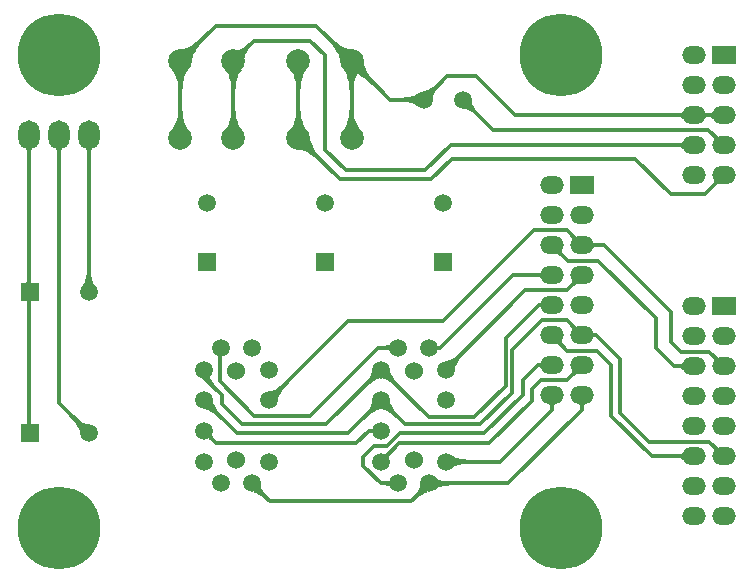
<source format=gtl>
G04*
G04 #@! TF.GenerationSoftware,Altium Limited,Altium Designer,18.0.12 (696)*
G04*
G04 Layer_Physical_Order=1*
G04 Layer_Color=255*
%FSAX43Y43*%
%MOMM*%
G71*
G01*
G75*
%ADD21C,0.300*%
%ADD22R,1.500X1.500*%
%ADD23C,1.500*%
%ADD24O,2.000X1.500*%
%ADD25R,2.000X1.500*%
%ADD26O,1.800X2.500*%
%ADD27R,1.500X1.500*%
%ADD28C,2.000*%
%ADD29C,1.524*%
%ADD30C,7.000*%
G36*
X-0043394Y0046144D02*
X-0043581Y0045952D01*
X-0044010Y0045445D01*
X-0044109Y0045299D01*
X-0044187Y0045164D01*
X-0044243Y0045041D01*
X-0044277Y0044930D01*
X-0044289Y0044829D01*
X-0044279Y0044741D01*
X-0045009Y0045471D01*
X-0044921Y0045461D01*
X-0044820Y0045473D01*
X-0044709Y0045507D01*
X-0044586Y0045563D01*
X-0044451Y0045641D01*
X-0044305Y0045740D01*
X-0044147Y0045861D01*
X-0043798Y0046169D01*
X-0043606Y0046356D01*
X-0043394Y0046144D01*
D02*
G37*
G36*
X-0037016Y0046486D02*
X-0036562Y0046094D01*
X-0036349Y0045935D01*
X-0036144Y0045801D01*
X-0035949Y0045691D01*
X-0035763Y0045606D01*
X-0035586Y0045546D01*
X-0035419Y0045511D01*
X-0035260Y0045500D01*
X-0036250Y0044510D01*
X-0036261Y0044669D01*
X-0036296Y0044836D01*
X-0036356Y0045013D01*
X-0036441Y0045199D01*
X-0036551Y0045394D01*
X-0036685Y0045599D01*
X-0036844Y0045812D01*
X-0037236Y0046266D01*
X-0037469Y0046507D01*
X-0037257Y0046719D01*
X-0037016Y0046486D01*
D02*
G37*
G36*
X-0047531Y0046507D02*
X-0047764Y0046266D01*
X-0048156Y0045812D01*
X-0048315Y0045599D01*
X-0048449Y0045394D01*
X-0048559Y0045199D01*
X-0048644Y0045013D01*
X-0048704Y0044836D01*
X-0048739Y0044669D01*
X-0048750Y0044510D01*
X-0049740Y0045500D01*
X-0049581Y0045511D01*
X-0049414Y0045546D01*
X-0049237Y0045606D01*
X-0049051Y0045691D01*
X-0048856Y0045801D01*
X-0048651Y0045935D01*
X-0048438Y0046094D01*
X-0047984Y0046486D01*
X-0047743Y0046719D01*
X-0047531Y0046507D01*
D02*
G37*
G36*
X-0034239Y0044331D02*
X-0034204Y0044164D01*
X-0034144Y0043987D01*
X-0034059Y0043801D01*
X-0033949Y0043606D01*
X-0033815Y0043401D01*
X-0033656Y0043188D01*
X-0033264Y0042734D01*
X-0033031Y0042493D01*
X-0033243Y0042281D01*
X-0033484Y0042514D01*
X-0033938Y0042906D01*
X-0034151Y0043065D01*
X-0034356Y0043199D01*
X-0034551Y0043309D01*
X-0034737Y0043394D01*
X-0034801Y0043415D01*
X-0034831Y0043355D01*
X-0034902Y0043163D01*
X-0034963Y0042948D01*
X-0035012Y0042708D01*
X-0035050Y0042445D01*
X-0035095Y0041846D01*
X-0035100Y0041511D01*
X-0035400D01*
X-0035405Y0041846D01*
X-0035450Y0042445D01*
X-0035488Y0042708D01*
X-0035537Y0042948D01*
X-0035598Y0043163D01*
X-0035669Y0043355D01*
X-0035752Y0043522D01*
X-0035846Y0043666D01*
X-0035950Y0043786D01*
X-0034954D01*
X-0034250Y0044490D01*
X-0034239Y0044331D01*
D02*
G37*
G36*
X-0039154Y0043666D02*
X-0039248Y0043522D01*
X-0039331Y0043355D01*
X-0039402Y0043163D01*
X-0039463Y0042948D01*
X-0039512Y0042708D01*
X-0039550Y0042445D01*
X-0039595Y0041846D01*
X-0039600Y0041511D01*
X-0039900D01*
X-0039905Y0041846D01*
X-0039950Y0042445D01*
X-0039988Y0042708D01*
X-0040037Y0042948D01*
X-0040098Y0043163D01*
X-0040169Y0043355D01*
X-0040252Y0043522D01*
X-0040346Y0043666D01*
X-0040450Y0043786D01*
X-0039050D01*
X-0039154Y0043666D01*
D02*
G37*
G36*
X-0044654D02*
X-0044748Y0043522D01*
X-0044831Y0043355D01*
X-0044902Y0043163D01*
X-0044963Y0042948D01*
X-0045012Y0042708D01*
X-0045050Y0042445D01*
X-0045095Y0041846D01*
X-0045100Y0041511D01*
X-0045400D01*
X-0045405Y0041846D01*
X-0045450Y0042445D01*
X-0045488Y0042708D01*
X-0045537Y0042948D01*
X-0045598Y0043163D01*
X-0045669Y0043355D01*
X-0045752Y0043522D01*
X-0045846Y0043666D01*
X-0045950Y0043786D01*
X-0044550D01*
X-0044654Y0043666D01*
D02*
G37*
G36*
X-0049154D02*
X-0049248Y0043522D01*
X-0049331Y0043355D01*
X-0049402Y0043163D01*
X-0049463Y0042948D01*
X-0049512Y0042708D01*
X-0049550Y0042445D01*
X-0049595Y0041846D01*
X-0049600Y0041511D01*
X-0049900D01*
X-0049905Y0041846D01*
X-0049950Y0042445D01*
X-0049988Y0042708D01*
X-0050037Y0042948D01*
X-0050098Y0043163D01*
X-0050169Y0043355D01*
X-0050252Y0043522D01*
X-0050346Y0043666D01*
X-0050450Y0043786D01*
X-0049050D01*
X-0049154Y0043666D01*
D02*
G37*
G36*
X-0027464Y0042724D02*
X-0027643Y0042540D01*
X-0028065Y0042038D01*
X-0028169Y0041887D01*
X-0028253Y0041744D01*
X-0028318Y0041610D01*
X-0028364Y0041484D01*
X-0028392Y0041367D01*
X-0028400Y0041257D01*
X-0029142Y0042000D01*
X-0029033Y0042008D01*
X-0028916Y0042036D01*
X-0028790Y0042082D01*
X-0028656Y0042147D01*
X-0028513Y0042231D01*
X-0028362Y0042335D01*
X-0028203Y0042457D01*
X-0027860Y0042757D01*
X-0027676Y0042936D01*
X-0027464Y0042724D01*
D02*
G37*
G36*
X-0029686Y0040725D02*
X-0029769Y0040796D01*
X-0029871Y0040860D01*
X-0029993Y0040916D01*
X-0030134Y0040965D01*
X-0030294Y0041006D01*
X-0030474Y0041040D01*
X-0030673Y0041066D01*
X-0031128Y0041096D01*
X-0031385Y0041100D01*
Y0041400D01*
X-0031128Y0041404D01*
X-0030474Y0041460D01*
X-0030294Y0041494D01*
X-0030134Y0041535D01*
X-0029993Y0041584D01*
X-0029871Y0041640D01*
X-0029769Y0041704D01*
X-0029686Y0041775D01*
Y0040725D01*
D02*
G37*
G36*
X-0007224Y0039621D02*
X-0007227Y0039650D01*
X-0007238Y0039675D01*
X-0007256Y0039697D01*
X-0007280Y0039717D01*
X-0007312Y0039733D01*
X-0007350Y0039746D01*
X-0007396Y0039757D01*
X-0007449Y0039764D01*
X-0007508Y0039769D01*
X-0007575Y0039770D01*
Y0040070D01*
X-0007508Y0040071D01*
X-0007396Y0040083D01*
X-0007350Y0040094D01*
X-0007312Y0040107D01*
X-0007280Y0040123D01*
X-0007256Y0040143D01*
X-0007238Y0040165D01*
X-0007227Y0040190D01*
X-0007224Y0040219D01*
Y0039621D01*
D02*
G37*
G36*
X-0005353Y0040190D02*
X-0005342Y0040165D01*
X-0005324Y0040143D01*
X-0005300Y0040123D01*
X-0005268Y0040107D01*
X-0005230Y0040094D01*
X-0005184Y0040083D01*
X-0005131Y0040076D01*
X-0005072Y0040071D01*
X-0005020Y0040070D01*
X-0004968Y0040071D01*
X-0004856Y0040083D01*
X-0004810Y0040094D01*
X-0004772Y0040107D01*
X-0004740Y0040123D01*
X-0004716Y0040143D01*
X-0004698Y0040165D01*
X-0004687Y0040190D01*
X-0004684Y0040219D01*
Y0039621D01*
X-0004687Y0039650D01*
X-0004698Y0039675D01*
X-0004716Y0039697D01*
X-0004740Y0039717D01*
X-0004772Y0039733D01*
X-0004810Y0039746D01*
X-0004856Y0039757D01*
X-0004909Y0039764D01*
X-0004968Y0039769D01*
X-0005020Y0039770D01*
X-0005072Y0039769D01*
X-0005184Y0039757D01*
X-0005230Y0039746D01*
X-0005268Y0039733D01*
X-0005300Y0039717D01*
X-0005324Y0039697D01*
X-0005342Y0039675D01*
X-0005353Y0039650D01*
X-0005356Y0039621D01*
Y0040219D01*
X-0005353Y0040190D01*
D02*
G37*
G36*
X-0025092Y0041133D02*
X-0025064Y0041016D01*
X-0025018Y0040890D01*
X-0024953Y0040756D01*
X-0024869Y0040613D01*
X-0024765Y0040462D01*
X-0024643Y0040303D01*
X-0024343Y0039960D01*
X-0024164Y0039776D01*
X-0024376Y0039564D01*
X-0024560Y0039743D01*
X-0025062Y0040165D01*
X-0025213Y0040269D01*
X-0025356Y0040353D01*
X-0025490Y0040418D01*
X-0025616Y0040464D01*
X-0025733Y0040492D01*
X-0025843Y0040500D01*
X-0025100Y0041243D01*
X-0025092Y0041133D01*
D02*
G37*
G36*
X-0035095Y0040654D02*
X-0035050Y0040055D01*
X-0035012Y0039792D01*
X-0034963Y0039552D01*
X-0034902Y0039337D01*
X-0034831Y0039145D01*
X-0034748Y0038978D01*
X-0034654Y0038834D01*
X-0034550Y0038714D01*
X-0035950D01*
X-0035846Y0038834D01*
X-0035752Y0038978D01*
X-0035669Y0039145D01*
X-0035598Y0039337D01*
X-0035537Y0039552D01*
X-0035488Y0039792D01*
X-0035450Y0040055D01*
X-0035405Y0040654D01*
X-0035400Y0040989D01*
X-0035100D01*
X-0035095Y0040654D01*
D02*
G37*
G36*
X-0039595D02*
X-0039550Y0040055D01*
X-0039512Y0039792D01*
X-0039463Y0039552D01*
X-0039402Y0039337D01*
X-0039331Y0039145D01*
X-0039248Y0038978D01*
X-0039154Y0038834D01*
X-0039050Y0038714D01*
X-0040450D01*
X-0040346Y0038834D01*
X-0040252Y0038978D01*
X-0040169Y0039145D01*
X-0040098Y0039337D01*
X-0040037Y0039552D01*
X-0039988Y0039792D01*
X-0039950Y0040055D01*
X-0039905Y0040654D01*
X-0039900Y0040989D01*
X-0039600D01*
X-0039595Y0040654D01*
D02*
G37*
G36*
X-0045095D02*
X-0045050Y0040055D01*
X-0045012Y0039792D01*
X-0044963Y0039552D01*
X-0044902Y0039337D01*
X-0044831Y0039145D01*
X-0044748Y0038978D01*
X-0044654Y0038834D01*
X-0044550Y0038714D01*
X-0045950D01*
X-0045846Y0038834D01*
X-0045752Y0038978D01*
X-0045669Y0039145D01*
X-0045598Y0039337D01*
X-0045537Y0039552D01*
X-0045488Y0039792D01*
X-0045450Y0040055D01*
X-0045405Y0040654D01*
X-0045400Y0040989D01*
X-0045100D01*
X-0045095Y0040654D01*
D02*
G37*
G36*
X-0049595D02*
X-0049550Y0040055D01*
X-0049512Y0039792D01*
X-0049463Y0039552D01*
X-0049402Y0039337D01*
X-0049331Y0039145D01*
X-0049248Y0038978D01*
X-0049154Y0038834D01*
X-0049050Y0038714D01*
X-0050450D01*
X-0050346Y0038834D01*
X-0050252Y0038978D01*
X-0050169Y0039145D01*
X-0050098Y0039337D01*
X-0050037Y0039552D01*
X-0049988Y0039792D01*
X-0049950Y0040055D01*
X-0049905Y0040654D01*
X-0049900Y0040989D01*
X-0049600D01*
X-0049595Y0040654D01*
D02*
G37*
G36*
X-0004407Y0038251D02*
X-0004315Y0038176D01*
X-0004273Y0038148D01*
X-0004233Y0038127D01*
X-0004195Y0038113D01*
X-0004160Y0038105D01*
X-0004127Y0038103D01*
X-0004097Y0038109D01*
X-0004069Y0038121D01*
X-0004607Y0037813D01*
X-0004584Y0037830D01*
X-0004568Y0037851D01*
X-0004561Y0037875D01*
X-0004561Y0037902D01*
X-0004568Y0037933D01*
X-0004584Y0037968D01*
X-0004607Y0038006D01*
X-0004638Y0038047D01*
X-0004676Y0038092D01*
X-0004722Y0038140D01*
X-0004456Y0038299D01*
X-0004407Y0038251D01*
D02*
G37*
G36*
X-0007224Y0037081D02*
X-0007227Y0037110D01*
X-0007238Y0037135D01*
X-0007256Y0037157D01*
X-0007280Y0037177D01*
X-0007312Y0037193D01*
X-0007350Y0037206D01*
X-0007396Y0037217D01*
X-0007449Y0037224D01*
X-0007508Y0037229D01*
X-0007575Y0037230D01*
Y0037530D01*
X-0007508Y0037531D01*
X-0007396Y0037543D01*
X-0007350Y0037554D01*
X-0007312Y0037567D01*
X-0007280Y0037583D01*
X-0007256Y0037603D01*
X-0007238Y0037625D01*
X-0007227Y0037650D01*
X-0007224Y0037679D01*
Y0037081D01*
D02*
G37*
G36*
X-0057229Y0037053D02*
X-0057255Y0037043D01*
X-0057277Y0037026D01*
X-0057296Y0037002D01*
X-0057313Y0036971D01*
X-0057326Y0036933D01*
X-0057337Y0036888D01*
X-0057344Y0036837D01*
X-0057349Y0036779D01*
X-0057350Y0036713D01*
X-0057650D01*
X-0057651Y0036779D01*
X-0057656Y0036837D01*
X-0057663Y0036888D01*
X-0057674Y0036933D01*
X-0057687Y0036971D01*
X-0057704Y0037002D01*
X-0057723Y0037026D01*
X-0057745Y0037043D01*
X-0057771Y0037053D01*
X-0057799Y0037057D01*
X-0057201D01*
X-0057229Y0037053D01*
D02*
G37*
G36*
X-0059769D02*
X-0059795Y0037043D01*
X-0059817Y0037026D01*
X-0059836Y0037002D01*
X-0059853Y0036971D01*
X-0059866Y0036933D01*
X-0059877Y0036888D01*
X-0059884Y0036837D01*
X-0059889Y0036779D01*
X-0059890Y0036713D01*
X-0060190D01*
X-0060191Y0036779D01*
X-0060196Y0036837D01*
X-0060203Y0036888D01*
X-0060214Y0036933D01*
X-0060227Y0036971D01*
X-0060244Y0037002D01*
X-0060263Y0037026D01*
X-0060285Y0037043D01*
X-0060311Y0037053D01*
X-0060339Y0037057D01*
X-0059741D01*
X-0059769Y0037053D01*
D02*
G37*
G36*
X-0062309D02*
X-0062335Y0037043D01*
X-0062357Y0037026D01*
X-0062376Y0037002D01*
X-0062393Y0036971D01*
X-0062406Y0036933D01*
X-0062417Y0036888D01*
X-0062424Y0036837D01*
X-0062429Y0036779D01*
X-0062430Y0036713D01*
X-0062730D01*
X-0062731Y0036779D01*
X-0062736Y0036837D01*
X-0062743Y0036888D01*
X-0062754Y0036933D01*
X-0062767Y0036971D01*
X-0062784Y0037002D01*
X-0062803Y0037026D01*
X-0062825Y0037043D01*
X-0062851Y0037053D01*
X-0062879Y0037057D01*
X-0062281D01*
X-0062309Y0037053D01*
D02*
G37*
G36*
X-0038739Y0037831D02*
X-0038704Y0037664D01*
X-0038644Y0037487D01*
X-0038559Y0037301D01*
X-0038449Y0037106D01*
X-0038315Y0036901D01*
X-0038156Y0036688D01*
X-0037764Y0036234D01*
X-0037531Y0035993D01*
X-0037743Y0035781D01*
X-0037984Y0036014D01*
X-0038438Y0036406D01*
X-0038651Y0036565D01*
X-0038856Y0036699D01*
X-0039051Y0036809D01*
X-0039237Y0036894D01*
X-0039414Y0036954D01*
X-0039581Y0036989D01*
X-0039740Y0037000D01*
X-0038750Y0037990D01*
X-0038739Y0037831D01*
D02*
G37*
G36*
X-0004069Y0034099D02*
X-0004097Y0034111D01*
X-0004127Y0034117D01*
X-0004160Y0034115D01*
X-0004195Y0034107D01*
X-0004233Y0034093D01*
X-0004273Y0034072D01*
X-0004315Y0034044D01*
X-0004360Y0034010D01*
X-0004407Y0033969D01*
X-0004456Y0033921D01*
X-0004722Y0034080D01*
X-0004676Y0034128D01*
X-0004638Y0034173D01*
X-0004607Y0034214D01*
X-0004584Y0034252D01*
X-0004568Y0034287D01*
X-0004561Y0034318D01*
X-0004561Y0034345D01*
X-0004568Y0034369D01*
X-0004584Y0034390D01*
X-0004607Y0034407D01*
X-0004069Y0034099D01*
D02*
G37*
G36*
X-0016407Y0029791D02*
X-0016315Y0029716D01*
X-0016273Y0029688D01*
X-0016233Y0029667D01*
X-0016195Y0029653D01*
X-0016160Y0029645D01*
X-0016127Y0029643D01*
X-0016097Y0029649D01*
X-0016069Y0029661D01*
X-0016607Y0029353D01*
X-0016584Y0029370D01*
X-0016568Y0029391D01*
X-0016561Y0029415D01*
X-0016561Y0029442D01*
X-0016568Y0029473D01*
X-0016584Y0029508D01*
X-0016607Y0029546D01*
X-0016638Y0029587D01*
X-0016676Y0029632D01*
X-0016722Y0029680D01*
X-0016456Y0029839D01*
X-0016407Y0029791D01*
D02*
G37*
G36*
X-0014813Y0029190D02*
X-0014802Y0029165D01*
X-0014784Y0029143D01*
X-0014760Y0029123D01*
X-0014728Y0029107D01*
X-0014690Y0029094D01*
X-0014644Y0029083D01*
X-0014591Y0029076D01*
X-0014532Y0029071D01*
X-0014465Y0029070D01*
Y0028770D01*
X-0014532Y0028769D01*
X-0014644Y0028757D01*
X-0014690Y0028746D01*
X-0014728Y0028733D01*
X-0014760Y0028717D01*
X-0014784Y0028697D01*
X-0014802Y0028675D01*
X-0014813Y0028650D01*
X-0014816Y0028621D01*
Y0029219D01*
X-0014813Y0029190D01*
D02*
G37*
G36*
X-0017456Y0028470D02*
X-0017472Y0028449D01*
X-0017479Y0028425D01*
X-0017479Y0028398D01*
X-0017472Y0028367D01*
X-0017456Y0028332D01*
X-0017433Y0028294D01*
X-0017402Y0028253D01*
X-0017364Y0028208D01*
X-0017318Y0028160D01*
X-0017584Y0028001D01*
X-0017633Y0028049D01*
X-0017725Y0028124D01*
X-0017767Y0028152D01*
X-0017807Y0028173D01*
X-0017845Y0028187D01*
X-0017880Y0028195D01*
X-0017913Y0028197D01*
X-0017943Y0028191D01*
X-0017971Y0028179D01*
X-0017433Y0028487D01*
X-0017456Y0028470D01*
D02*
G37*
G36*
X-0019224Y0026081D02*
X-0019227Y0026110D01*
X-0019238Y0026135D01*
X-0019256Y0026157D01*
X-0019280Y0026177D01*
X-0019312Y0026193D01*
X-0019350Y0026206D01*
X-0019396Y0026217D01*
X-0019449Y0026224D01*
X-0019508Y0026229D01*
X-0019575Y0026230D01*
Y0026530D01*
X-0019508Y0026531D01*
X-0019396Y0026543D01*
X-0019350Y0026554D01*
X-0019312Y0026567D01*
X-0019280Y0026583D01*
X-0019256Y0026603D01*
X-0019238Y0026625D01*
X-0019227Y0026650D01*
X-0019224Y0026679D01*
Y0026081D01*
D02*
G37*
G36*
X-0062429Y0025989D02*
X-0062424Y0025938D01*
X-0062417Y0025892D01*
X-0062406Y0025853D01*
X-0062393Y0025819D01*
X-0062376Y0025792D01*
X-0062356Y0025771D01*
X-0062334Y0025756D01*
X-0062308Y0025747D01*
X-0062280Y0025744D01*
X-0062880D01*
X-0062852Y0025747D01*
X-0062826Y0025756D01*
X-0062804Y0025771D01*
X-0062784Y0025792D01*
X-0062768Y0025819D01*
X-0062754Y0025853D01*
X-0062743Y0025892D01*
X-0062736Y0025938D01*
X-0062731Y0025989D01*
X-0062730Y0026047D01*
X-0062430D01*
X-0062429Y0025989D01*
D02*
G37*
G36*
X-0016069Y0025639D02*
X-0016097Y0025651D01*
X-0016127Y0025657D01*
X-0016160Y0025655D01*
X-0016195Y0025647D01*
X-0016233Y0025633D01*
X-0016273Y0025612D01*
X-0016315Y0025584D01*
X-0016360Y0025550D01*
X-0016407Y0025509D01*
X-0016456Y0025461D01*
X-0016722Y0025620D01*
X-0016676Y0025668D01*
X-0016638Y0025713D01*
X-0016607Y0025754D01*
X-0016584Y0025792D01*
X-0016568Y0025827D01*
X-0016561Y0025858D01*
X-0016561Y0025885D01*
X-0016568Y0025909D01*
X-0016584Y0025930D01*
X-0016607Y0025947D01*
X-0016069Y0025639D01*
D02*
G37*
G36*
X-0057346Y0026978D02*
X-0057290Y0026324D01*
X-0057256Y0026144D01*
X-0057215Y0025984D01*
X-0057166Y0025843D01*
X-0057110Y0025721D01*
X-0057046Y0025619D01*
X-0056975Y0025536D01*
X-0058025D01*
X-0057954Y0025619D01*
X-0057890Y0025721D01*
X-0057834Y0025843D01*
X-0057785Y0025984D01*
X-0057744Y0026144D01*
X-0057710Y0026324D01*
X-0057684Y0026523D01*
X-0057654Y0026978D01*
X-0057650Y0027235D01*
X-0057350D01*
X-0057346Y0026978D01*
D02*
G37*
G36*
X-0062308Y0024250D02*
X-0062334Y0024241D01*
X-0062356Y0024226D01*
X-0062376Y0024205D01*
X-0062393Y0024178D01*
X-0062406Y0024145D01*
X-0062417Y0024106D01*
X-0062424Y0024061D01*
X-0062429Y0024010D01*
X-0062430Y0023953D01*
X-0062730D01*
X-0062731Y0024010D01*
X-0062736Y0024061D01*
X-0062743Y0024106D01*
X-0062754Y0024145D01*
X-0062768Y0024178D01*
X-0062784Y0024205D01*
X-0062804Y0024226D01*
X-0062826Y0024241D01*
X-0062852Y0024250D01*
X-0062880Y0024253D01*
X-0062280D01*
X-0062308Y0024250D01*
D02*
G37*
G36*
X-0016407Y0022171D02*
X-0016315Y0022096D01*
X-0016273Y0022068D01*
X-0016233Y0022047D01*
X-0016195Y0022033D01*
X-0016160Y0022025D01*
X-0016127Y0022023D01*
X-0016097Y0022029D01*
X-0016069Y0022041D01*
X-0016607Y0021733D01*
X-0016584Y0021750D01*
X-0016568Y0021771D01*
X-0016561Y0021795D01*
X-0016561Y0021822D01*
X-0016568Y0021853D01*
X-0016584Y0021888D01*
X-0016607Y0021926D01*
X-0016638Y0021967D01*
X-0016676Y0022012D01*
X-0016722Y0022060D01*
X-0016456Y0022219D01*
X-0016407Y0022171D01*
D02*
G37*
G36*
X-0014781Y0021489D02*
X-0014774Y0021481D01*
X-0014762Y0021474D01*
X-0014746Y0021467D01*
X-0014725Y0021462D01*
X-0014699Y0021458D01*
X-0014669Y0021454D01*
X-0014594Y0021450D01*
X-0014550Y0021450D01*
Y0021150D01*
X-0014594Y0021150D01*
X-0014699Y0021142D01*
X-0014725Y0021138D01*
X-0014746Y0021133D01*
X-0014762Y0021126D01*
X-0014774Y0021119D01*
X-0014781Y0021111D01*
X-0014783Y0021101D01*
Y0021499D01*
X-0014781Y0021489D01*
D02*
G37*
G36*
X-0017456Y0020850D02*
X-0017472Y0020829D01*
X-0017479Y0020805D01*
X-0017479Y0020778D01*
X-0017472Y0020747D01*
X-0017456Y0020712D01*
X-0017433Y0020674D01*
X-0017402Y0020633D01*
X-0017364Y0020588D01*
X-0017318Y0020540D01*
X-0017584Y0020381D01*
X-0017633Y0020429D01*
X-0017725Y0020504D01*
X-0017767Y0020532D01*
X-0017807Y0020553D01*
X-0017845Y0020567D01*
X-0017880Y0020575D01*
X-0017913Y0020577D01*
X-0017943Y0020571D01*
X-0017971Y0020559D01*
X-0017433Y0020867D01*
X-0017456Y0020850D01*
D02*
G37*
G36*
X-0031972Y0019917D02*
X-0031999Y0019952D01*
X-0032042Y0019983D01*
X-0032103Y0020011D01*
X-0032180Y0020034D01*
X-0032274Y0020054D01*
X-0032386Y0020071D01*
X-0032659Y0020093D01*
X-0033000Y0020100D01*
Y0020400D01*
X-0032821Y0020402D01*
X-0032386Y0020429D01*
X-0032274Y0020446D01*
X-0032180Y0020466D01*
X-0032103Y0020489D01*
X-0032042Y0020517D01*
X-0031999Y0020548D01*
X-0031972Y0020583D01*
Y0019917D01*
D02*
G37*
G36*
X-0004407Y0019541D02*
X-0004315Y0019466D01*
X-0004273Y0019438D01*
X-0004233Y0019417D01*
X-0004195Y0019403D01*
X-0004160Y0019395D01*
X-0004127Y0019393D01*
X-0004097Y0019399D01*
X-0004069Y0019411D01*
X-0004607Y0019103D01*
X-0004584Y0019120D01*
X-0004568Y0019141D01*
X-0004561Y0019165D01*
X-0004561Y0019192D01*
X-0004568Y0019223D01*
X-0004584Y0019258D01*
X-0004607Y0019296D01*
X-0004638Y0019337D01*
X-0004676Y0019382D01*
X-0004722Y0019430D01*
X-0004456Y0019589D01*
X-0004407Y0019541D01*
D02*
G37*
G36*
X-0019257Y0018561D02*
X-0019259Y0018571D01*
X-0019266Y0018579D01*
X-0019278Y0018586D01*
X-0019294Y0018593D01*
X-0019315Y0018598D01*
X-0019341Y0018602D01*
X-0019371Y0018606D01*
X-0019446Y0018610D01*
X-0019490Y0018610D01*
Y0018910D01*
X-0019446Y0018910D01*
X-0019341Y0018918D01*
X-0019315Y0018922D01*
X-0019294Y0018927D01*
X-0019278Y0018934D01*
X-0019266Y0018941D01*
X-0019259Y0018949D01*
X-0019257Y0018959D01*
Y0018561D01*
D02*
G37*
G36*
X-0025564Y0019874D02*
X-0025743Y0019690D01*
X-0026165Y0019188D01*
X-0026269Y0019037D01*
X-0026353Y0018894D01*
X-0026418Y0018760D01*
X-0026464Y0018634D01*
X-0026492Y0018517D01*
X-0026500Y0018407D01*
X-0027243Y0019150D01*
X-0027133Y0019158D01*
X-0027016Y0019186D01*
X-0026890Y0019232D01*
X-0026756Y0019297D01*
X-0026613Y0019381D01*
X-0026462Y0019485D01*
X-0026303Y0019607D01*
X-0025960Y0019907D01*
X-0025776Y0020086D01*
X-0025564Y0019874D01*
D02*
G37*
G36*
X-0007224Y0018371D02*
X-0007227Y0018400D01*
X-0007238Y0018425D01*
X-0007256Y0018447D01*
X-0007280Y0018467D01*
X-0007312Y0018483D01*
X-0007350Y0018496D01*
X-0007396Y0018507D01*
X-0007449Y0018514D01*
X-0007508Y0018519D01*
X-0007575Y0018520D01*
Y0018820D01*
X-0007508Y0018821D01*
X-0007396Y0018833D01*
X-0007350Y0018844D01*
X-0007312Y0018857D01*
X-0007280Y0018873D01*
X-0007256Y0018893D01*
X-0007238Y0018915D01*
X-0007227Y0018940D01*
X-0007224Y0018969D01*
Y0018371D01*
D02*
G37*
G36*
X-0016069Y0018019D02*
X-0016097Y0018031D01*
X-0016127Y0018037D01*
X-0016160Y0018035D01*
X-0016195Y0018027D01*
X-0016233Y0018013D01*
X-0016273Y0017992D01*
X-0016315Y0017964D01*
X-0016360Y0017930D01*
X-0016407Y0017889D01*
X-0016456Y0017841D01*
X-0016722Y0018000D01*
X-0016676Y0018048D01*
X-0016638Y0018093D01*
X-0016607Y0018134D01*
X-0016584Y0018172D01*
X-0016568Y0018207D01*
X-0016561Y0018238D01*
X-0016561Y0018265D01*
X-0016568Y0018289D01*
X-0016584Y0018310D01*
X-0016607Y0018327D01*
X-0016069Y0018019D01*
D02*
G37*
G36*
X-0031992Y0018283D02*
X-0031964Y0018166D01*
X-0031918Y0018040D01*
X-0031853Y0017906D01*
X-0031769Y0017763D01*
X-0031665Y0017612D01*
X-0031543Y0017453D01*
X-0031243Y0017110D01*
X-0031064Y0016926D01*
X-0031276Y0016714D01*
X-0031460Y0016893D01*
X-0031962Y0017315D01*
X-0032113Y0017419D01*
X-0032256Y0017503D01*
X-0032390Y0017568D01*
X-0032516Y0017614D01*
X-0032633Y0017642D01*
X-0032743Y0017650D01*
X-0032000Y0018392D01*
X-0031992Y0018283D01*
D02*
G37*
G36*
X-0032757Y0017650D02*
X-0032867Y0017642D01*
X-0032984Y0017614D01*
X-0033110Y0017568D01*
X-0033244Y0017503D01*
X-0033387Y0017419D01*
X-0033538Y0017315D01*
X-0033697Y0017193D01*
X-0034040Y0016893D01*
X-0034224Y0016714D01*
X-0034436Y0016926D01*
X-0034257Y0017110D01*
X-0033835Y0017612D01*
X-0033731Y0017763D01*
X-0033647Y0017906D01*
X-0033582Y0018040D01*
X-0033536Y0018166D01*
X-0033508Y0018283D01*
X-0033500Y0018392D01*
X-0032757Y0017650D01*
D02*
G37*
G36*
X-0047199Y0017865D02*
X-0047212Y0017782D01*
X-0047200Y0017686D01*
X-0047163Y0017577D01*
X-0047102Y0017454D01*
X-0047016Y0017317D01*
X-0046905Y0017168D01*
X-0046770Y0017004D01*
X-0046425Y0016637D01*
X-0046701Y0016489D01*
X-0047929Y0017672D01*
X-0047162Y0017934D01*
X-0047199Y0017865D01*
D02*
G37*
G36*
X-0040564Y0017274D02*
X-0040743Y0017090D01*
X-0041165Y0016588D01*
X-0041269Y0016437D01*
X-0041353Y0016294D01*
X-0041418Y0016160D01*
X-0041464Y0016034D01*
X-0041492Y0015917D01*
X-0041500Y0015807D01*
X-0042243Y0016550D01*
X-0042133Y0016558D01*
X-0042016Y0016586D01*
X-0041890Y0016632D01*
X-0041756Y0016697D01*
X-0041613Y0016781D01*
X-0041462Y0016885D01*
X-0041303Y0017007D01*
X-0040960Y0017307D01*
X-0040776Y0017486D01*
X-0040564Y0017274D01*
D02*
G37*
G36*
X-0015479Y0015474D02*
X-0015504Y0015465D01*
X-0015527Y0015450D01*
X-0015546Y0015428D01*
X-0015563Y0015400D01*
X-0015576Y0015367D01*
X-0015587Y0015326D01*
X-0015594Y0015280D01*
X-0015599Y0015228D01*
X-0015600Y0015169D01*
X-0015900D01*
X-0015901Y0015228D01*
X-0015906Y0015280D01*
X-0015913Y0015326D01*
X-0015924Y0015367D01*
X-0015937Y0015400D01*
X-0015954Y0015428D01*
X-0015973Y0015450D01*
X-0015996Y0015465D01*
X-0016021Y0015474D01*
X-0016050Y0015477D01*
X-0015450D01*
X-0015479Y0015474D01*
D02*
G37*
G36*
X-0018019Y0015474D02*
X-0018044Y0015465D01*
X-0018067Y0015450D01*
X-0018086Y0015428D01*
X-0018103Y0015400D01*
X-0018116Y0015367D01*
X-0018127Y0015326D01*
X-0018134Y0015280D01*
X-0018139Y0015228D01*
X-0018140Y0015169D01*
X-0018440D01*
X-0018441Y0015228D01*
X-0018446Y0015280D01*
X-0018453Y0015326D01*
X-0018464Y0015367D01*
X-0018477Y0015400D01*
X-0018494Y0015428D01*
X-0018513Y0015450D01*
X-0018536Y0015465D01*
X-0018561Y0015474D01*
X-0018590Y0015477D01*
X-0017990D01*
X-0018019Y0015474D01*
D02*
G37*
G36*
X-0031992Y0015683D02*
X-0031964Y0015566D01*
X-0031918Y0015440D01*
X-0031853Y0015306D01*
X-0031769Y0015163D01*
X-0031665Y0015012D01*
X-0031543Y0014853D01*
X-0031243Y0014510D01*
X-0031064Y0014326D01*
X-0031276Y0014114D01*
X-0031460Y0014293D01*
X-0031962Y0014715D01*
X-0032113Y0014819D01*
X-0032256Y0014903D01*
X-0032390Y0014968D01*
X-0032516Y0015014D01*
X-0032633Y0015042D01*
X-0032743Y0015050D01*
X-0032000Y0015792D01*
X-0031992Y0015683D01*
D02*
G37*
G36*
X-0032757Y0015050D02*
X-0032867Y0015042D01*
X-0032984Y0015014D01*
X-0033110Y0014968D01*
X-0033244Y0014903D01*
X-0033387Y0014819D01*
X-0033538Y0014715D01*
X-0033697Y0014593D01*
X-0034040Y0014293D01*
X-0034224Y0014114D01*
X-0034436Y0014326D01*
X-0034257Y0014510D01*
X-0033835Y0015012D01*
X-0033731Y0015163D01*
X-0033647Y0015306D01*
X-0033582Y0015440D01*
X-0033536Y0015566D01*
X-0033508Y0015683D01*
X-0033500Y0015792D01*
X-0032757Y0015050D01*
D02*
G37*
G36*
X-0046992Y0015683D02*
X-0046964Y0015566D01*
X-0046918Y0015440D01*
X-0046853Y0015306D01*
X-0046769Y0015163D01*
X-0046665Y0015012D01*
X-0046543Y0014853D01*
X-0046243Y0014510D01*
X-0046064Y0014326D01*
X-0046276Y0014114D01*
X-0046460Y0014293D01*
X-0046962Y0014715D01*
X-0047113Y0014819D01*
X-0047256Y0014903D01*
X-0047390Y0014968D01*
X-0047516Y0015014D01*
X-0047633Y0015042D01*
X-0047743Y0015050D01*
X-0047000Y0015792D01*
X-0046992Y0015683D01*
D02*
G37*
G36*
X-0062429Y0013989D02*
X-0062424Y0013938D01*
X-0062417Y0013892D01*
X-0062406Y0013853D01*
X-0062393Y0013819D01*
X-0062376Y0013792D01*
X-0062356Y0013771D01*
X-0062334Y0013756D01*
X-0062308Y0013747D01*
X-0062280Y0013744D01*
X-0062880D01*
X-0062852Y0013747D01*
X-0062826Y0013756D01*
X-0062804Y0013771D01*
X-0062784Y0013792D01*
X-0062768Y0013819D01*
X-0062754Y0013853D01*
X-0062743Y0013892D01*
X-0062736Y0013938D01*
X-0062731Y0013989D01*
X-0062730Y0014047D01*
X-0062430D01*
X-0062429Y0013989D01*
D02*
G37*
G36*
X-0058790Y0014507D02*
X-0058288Y0014085D01*
X-0058137Y0013981D01*
X-0057994Y0013897D01*
X-0057860Y0013832D01*
X-0057734Y0013786D01*
X-0057617Y0013758D01*
X-0057507Y0013750D01*
X-0058250Y0013007D01*
X-0058258Y0013117D01*
X-0058286Y0013234D01*
X-0058332Y0013360D01*
X-0058397Y0013494D01*
X-0058481Y0013637D01*
X-0058585Y0013788D01*
X-0058707Y0013947D01*
X-0059007Y0014290D01*
X-0059186Y0014474D01*
X-0058974Y0014686D01*
X-0058790Y0014507D01*
D02*
G37*
G36*
X-0047075Y0012857D02*
X-0047067Y0012825D01*
X-0047048Y0012783D01*
X-0047018Y0012734D01*
X-0046976Y0012676D01*
X-0046859Y0012535D01*
X-0046696Y0012360D01*
X-0046598Y0012260D01*
X-0046810Y0012048D01*
X-0046910Y0012146D01*
X-0047226Y0012426D01*
X-0047284Y0012468D01*
X-0047333Y0012498D01*
X-0047375Y0012517D01*
X-0047407Y0012525D01*
X-0047432Y0012521D01*
X-0047071Y0012882D01*
X-0047075Y0012857D01*
D02*
G37*
G36*
X-0004407Y0011921D02*
X-0004315Y0011846D01*
X-0004273Y0011818D01*
X-0004233Y0011797D01*
X-0004195Y0011783D01*
X-0004160Y0011775D01*
X-0004127Y0011773D01*
X-0004097Y0011779D01*
X-0004069Y0011791D01*
X-0004607Y0011483D01*
X-0004584Y0011500D01*
X-0004568Y0011521D01*
X-0004561Y0011545D01*
X-0004561Y0011572D01*
X-0004568Y0011603D01*
X-0004584Y0011638D01*
X-0004607Y0011676D01*
X-0004638Y0011717D01*
X-0004676Y0011762D01*
X-0004722Y0011810D01*
X-0004456Y0011969D01*
X-0004407Y0011921D01*
D02*
G37*
G36*
X-0007224Y0010751D02*
X-0007227Y0010780D01*
X-0007238Y0010805D01*
X-0007256Y0010827D01*
X-0007280Y0010847D01*
X-0007312Y0010863D01*
X-0007350Y0010876D01*
X-0007396Y0010887D01*
X-0007449Y0010894D01*
X-0007508Y0010899D01*
X-0007575Y0010900D01*
Y0011200D01*
X-0007508Y0011201D01*
X-0007396Y0011213D01*
X-0007350Y0011224D01*
X-0007312Y0011237D01*
X-0007280Y0011253D01*
X-0007256Y0011273D01*
X-0007238Y0011295D01*
X-0007227Y0011320D01*
X-0007224Y0011349D01*
Y0010751D01*
D02*
G37*
G36*
X-0026631Y0011054D02*
X-0026529Y0010990D01*
X-0026407Y0010934D01*
X-0026266Y0010885D01*
X-0026106Y0010844D01*
X-0025926Y0010810D01*
X-0025727Y0010784D01*
X-0025272Y0010754D01*
X-0025015Y0010750D01*
Y0010450D01*
X-0025272Y0010446D01*
X-0025926Y0010390D01*
X-0026106Y0010356D01*
X-0026266Y0010315D01*
X-0026407Y0010266D01*
X-0026529Y0010210D01*
X-0026631Y0010146D01*
X-0026714Y0010075D01*
Y0011125D01*
X-0026631Y0011054D01*
D02*
G37*
G36*
X-0032009Y0008505D02*
X-0032022Y0008523D01*
X-0032049Y0008539D01*
X-0032089Y0008553D01*
X-0032143Y0008566D01*
X-0032211Y0008576D01*
X-0032386Y0008591D01*
X-0032615Y0008599D01*
X-0032750Y0008600D01*
Y0008900D01*
X-0032615Y0008901D01*
X-0032143Y0008934D01*
X-0032089Y0008947D01*
X-0032049Y0008961D01*
X-0032022Y0008977D01*
X-0032009Y0008995D01*
Y0008505D01*
D02*
G37*
G36*
X-0028081Y0009204D02*
X-0027979Y0009140D01*
X-0027857Y0009084D01*
X-0027716Y0009035D01*
X-0027556Y0008994D01*
X-0027376Y0008960D01*
X-0027177Y0008934D01*
X-0026722Y0008904D01*
X-0026465Y0008900D01*
Y0008600D01*
X-0026722Y0008596D01*
X-0027376Y0008540D01*
X-0027556Y0008506D01*
X-0027716Y0008465D01*
X-0027857Y0008416D01*
X-0027979Y0008360D01*
X-0028081Y0008296D01*
X-0028164Y0008225D01*
Y0009275D01*
X-0028081Y0009204D01*
D02*
G37*
G36*
X-0028768Y0008003D02*
X-0028858Y0008002D01*
X-0028958Y0007981D01*
X-0029067Y0007942D01*
X-0029186Y0007884D01*
X-0029313Y0007808D01*
X-0029451Y0007713D01*
X-0029597Y0007598D01*
X-0029919Y0007314D01*
X-0030094Y0007144D01*
X-0030306Y0007356D01*
X-0030136Y0007531D01*
X-0029737Y0007999D01*
X-0029642Y0008137D01*
X-0029566Y0008264D01*
X-0029508Y0008383D01*
X-0029469Y0008492D01*
X-0029448Y0008592D01*
X-0029447Y0008682D01*
X-0028768Y0008003D01*
D02*
G37*
G36*
X-0042952Y0008592D02*
X-0042931Y0008492D01*
X-0042892Y0008383D01*
X-0042834Y0008264D01*
X-0042758Y0008137D01*
X-0042663Y0007999D01*
X-0042548Y0007853D01*
X-0042264Y0007531D01*
X-0042094Y0007356D01*
X-0042306Y0007144D01*
X-0042481Y0007314D01*
X-0042949Y0007713D01*
X-0043087Y0007808D01*
X-0043214Y0007884D01*
X-0043333Y0007942D01*
X-0043442Y0007981D01*
X-0043542Y0008002D01*
X-0043632Y0008003D01*
X-0042953Y0008682D01*
X-0042952Y0008592D01*
D02*
G37*
D21*
X-0021420Y0039920D02*
X-0003750D01*
X-0046404Y0017404D02*
Y0020250D01*
X-0062580Y0013080D02*
Y0038250D01*
X-0032233Y0011900D02*
X-0031133Y0013000D01*
X-0033350Y0011900D02*
X-0032233D01*
X-0034250Y0011000D02*
X-0033350Y0011900D01*
X-0017050Y0022600D02*
X-0015750Y0021300D01*
X-0019150Y0022600D02*
X-0017050D01*
X-0021662Y0020088D02*
X-0019150Y0022600D01*
X-0017030Y0025100D02*
X-0015750Y0026380D01*
X-0020550Y0025100D02*
X-0017030D01*
X-0027250Y0018400D02*
X-0020550Y0025100D01*
X-0014350Y0027600D02*
X-0009500Y0022750D01*
X-0016970Y0027600D02*
X-0014350D01*
X-0018290Y0028920D02*
X-0016970Y0027600D01*
X-0017030Y0030200D02*
X-0015750Y0028920D01*
X-0019800Y0030200D02*
X-0017030D01*
X-0027500Y0022500D02*
X-0019800Y0030200D01*
X-0005070Y0038700D02*
X-0003750Y0037380D01*
X-0023300Y0038700D02*
X-0005070D01*
X-0025850Y0041250D02*
X-0023300Y0038700D01*
X-0004980Y0019900D02*
X-0003750Y0018670D01*
X-0007400Y0019900D02*
X-0004980D01*
X-0008250Y0020750D02*
X-0007400Y0019900D01*
X-0005000Y0012300D02*
X-0003750Y0011050D01*
X-0010050Y0012300D02*
X-0005000D01*
X-0012500Y0014750D02*
X-0010050Y0012300D01*
X-0019490Y0018760D02*
X-0018290D01*
X-0020750Y0017500D02*
X-0019490Y0018760D01*
X-0020750Y0016250D02*
Y0017500D01*
X-0024000Y0013000D02*
X-0020750Y0016250D01*
X-0027250Y0010600D02*
X-0022650D01*
X-0018290Y0014960D02*
Y0016220D01*
X-0022000Y0008750D02*
X-0015750Y0015000D01*
Y0016220D01*
X-0032750Y0010600D02*
X-0031196Y0012154D01*
X-0017010Y0017500D02*
X-0015750Y0018760D01*
X-0034250Y0010250D02*
Y0011000D01*
Y0010250D02*
X-0032750Y0008750D01*
X-0031300D01*
X-0032750Y0018400D02*
X-0028720Y0014370D01*
X-0022216Y0021034D02*
X-0019410Y0023840D01*
X-0018290D01*
X-0019250Y0017500D02*
X-0017010D01*
X-0020000Y0015750D02*
Y0016750D01*
X-0019250Y0017500D01*
X-0021662Y0016438D02*
Y0020088D01*
X-0021620Y0026380D02*
X-0018290D01*
X-0009800Y0011050D02*
X-0006290D01*
X-0013250Y0014500D02*
X-0009800Y0011050D01*
X-0013250Y0014500D02*
Y0018750D01*
X-0014500Y0020000D02*
X-0013250Y0018750D01*
X-0016990Y0020000D02*
X-0014500D01*
X-0018290Y0021300D02*
X-0016990Y0020000D01*
X-0015750Y0021300D02*
X-0014550D01*
X-0012500Y0019250D01*
Y0014750D02*
Y0019250D01*
X-0015750Y0028920D02*
X-0013920D01*
X-0008250Y0023250D01*
Y0020750D02*
Y0023250D01*
X-0009500Y0020250D02*
Y0022750D01*
Y0020250D02*
X-0007920Y0018670D01*
X-0006290D01*
X-0030200Y0007250D02*
X-0028700Y0008750D01*
X-0042200Y0007250D02*
X-0030200D01*
X-0043700Y0008750D02*
X-0042200Y0007250D01*
X-0033800Y0013200D02*
X-0032750D01*
X-0034846Y0012154D02*
X-0033800Y0013200D01*
X-0046704Y0012154D02*
X-0034846D01*
X-0047750Y0013200D02*
X-0046704Y0012154D01*
X-0044500Y0013750D02*
X-0037400D01*
X-0032750Y0018400D01*
X-0047750Y0015800D02*
X-0044950Y0013000D01*
X-0035550D01*
X-0032750Y0015800D01*
X-0046250Y0015500D02*
X-0044500Y0013750D01*
X-0046250Y0015500D02*
Y0016250D01*
X-0047750Y0017750D02*
X-0046250Y0016250D01*
X-0047750Y0017750D02*
Y0018400D01*
X-0033000Y0020250D02*
X-0031300D01*
X-0038750Y0014500D02*
X-0033000Y0020250D01*
X-0043500Y0014500D02*
X-0038750D01*
X-0046404Y0017404D02*
X-0043500Y0014500D01*
X-0046404Y0020250D02*
X-0046300D01*
X-0042250Y0015800D02*
X-0035550Y0022500D01*
X-0039750Y0038000D02*
Y0044500D01*
Y0038000D02*
X-0036250Y0034500D01*
X-0028500D01*
X-0008250Y0033250D02*
X-0005340D01*
X-0003750Y0034840D01*
X-0045250Y0038000D02*
Y0044500D01*
X-0043500Y0046250D01*
X-0038750D01*
X-0037500Y0045000D01*
Y0037000D02*
Y0045000D01*
Y0037000D02*
X-0035750Y0035250D01*
X-0029000D01*
X-0028500Y0034500D02*
X-0026750Y0036250D01*
X-0011250D01*
X-0008250Y0033250D01*
X-0029000Y0035250D02*
X-0026870Y0037380D01*
X-0006290D01*
X-0049750Y0038000D02*
Y0044500D01*
X-0046750Y0047500D01*
X-0035250Y0038000D02*
Y0044500D01*
X-0046750Y0047500D02*
X-0038250D01*
X-0035250Y0044500D01*
X-0024750Y0043250D02*
X-0021420Y0039920D01*
X-0027150Y0043250D02*
X-0024750D01*
X-0029150Y0041250D02*
X-0027150Y0043250D01*
X-0032000Y0041250D02*
X-0029150D01*
X-0035250Y0044500D02*
X-0032000Y0041250D01*
X-0028700Y0008750D02*
X-0022000D01*
X-0022650Y0010600D02*
X-0018290Y0014960D01*
X-0031196Y0012154D02*
X-0023596D01*
X-0020000Y0015750D01*
X-0035550Y0022500D02*
X-0027500D01*
X-0027750Y0020250D02*
X-0021620Y0026380D01*
X-0028700Y0020250D02*
X-0027750D01*
X-0028720Y0014370D02*
X-0024880D01*
X-0022216Y0017034D01*
Y0021034D01*
X-0031133Y0013000D02*
X-0024000D01*
X-0032750Y0015800D02*
X-0030700Y0013750D01*
X-0024350D01*
X-0021662Y0016438D01*
X-0060040Y0015540D02*
X-0057500Y0013000D01*
X-0060040Y0015540D02*
Y0038250D01*
X-0057500Y0025000D02*
Y0038250D01*
D22*
X-0062500Y0025000D02*
D03*
Y0013000D02*
D03*
D23*
X-0057500Y0025000D02*
D03*
X-0027500Y0032500D02*
D03*
X-0037500D02*
D03*
X-0047500D02*
D03*
X-0057500Y0013000D02*
D03*
X-0047750Y0015800D02*
D03*
Y0018400D02*
D03*
X-0046300Y0020250D02*
D03*
X-0043700Y0008750D02*
D03*
X-0042250Y0010600D02*
D03*
X-0047750Y0013200D02*
D03*
Y0010600D02*
D03*
X-0046300Y0008750D02*
D03*
X-0043700Y0020250D02*
D03*
X-0042250Y0018400D02*
D03*
Y0015800D02*
D03*
X-0032750D02*
D03*
Y0018400D02*
D03*
X-0031300Y0020250D02*
D03*
X-0028700Y0008750D02*
D03*
X-0027250Y0010600D02*
D03*
X-0032750Y0013200D02*
D03*
Y0010600D02*
D03*
X-0031300Y0008750D02*
D03*
X-0028700Y0020250D02*
D03*
X-0027250Y0018400D02*
D03*
Y0015800D02*
D03*
X-0029150Y0041250D02*
D03*
X-0025850D02*
D03*
D24*
X-0006290Y0039920D02*
D03*
X-0003750Y0039920D02*
D03*
X-0006290Y0042460D02*
D03*
X-0003750D02*
D03*
X-0006290Y0045000D02*
D03*
X-0003750Y0037380D02*
D03*
X-0006290D02*
D03*
X-0003750Y0034840D02*
D03*
X-0006290D02*
D03*
Y0018670D02*
D03*
X-0003750D02*
D03*
X-0006290Y0021210D02*
D03*
X-0003750D02*
D03*
X-0006290Y0023750D02*
D03*
X-0003750Y0016130D02*
D03*
X-0006290D02*
D03*
X-0003750Y0011050D02*
D03*
X-0006290D02*
D03*
X-0003750Y0013590D02*
D03*
X-0006290D02*
D03*
X-0003750Y0008510D02*
D03*
X-0006290D02*
D03*
Y0005970D02*
D03*
X-0003750D02*
D03*
X-0018290Y0028920D02*
D03*
X-0015750Y0028920D02*
D03*
X-0018290Y0031460D02*
D03*
X-0015750D02*
D03*
X-0018290Y0034000D02*
D03*
X-0015750Y0026380D02*
D03*
X-0018290D02*
D03*
X-0015750Y0021300D02*
D03*
X-0018290D02*
D03*
X-0015750Y0023840D02*
D03*
X-0018290D02*
D03*
X-0015750Y0018760D02*
D03*
X-0018290D02*
D03*
Y0016220D02*
D03*
X-0015750Y0016220D02*
D03*
D25*
X-0003750Y0045000D02*
D03*
Y0023750D02*
D03*
X-0015750Y0034000D02*
D03*
D26*
X-0060040Y0038250D02*
D03*
X-0062580D02*
D03*
X-0057500D02*
D03*
D27*
X-0027500Y0027500D02*
D03*
X-0037500D02*
D03*
X-0047500D02*
D03*
D28*
X-0035250Y0044500D02*
D03*
Y0038000D02*
D03*
X-0039750D02*
D03*
Y0044500D02*
D03*
X-0049750Y0038000D02*
D03*
Y0044500D02*
D03*
X-0045250D02*
D03*
Y0038000D02*
D03*
D29*
X-0045000Y0010750D02*
D03*
Y0018250D02*
D03*
X-0030000Y0010750D02*
D03*
Y0018250D02*
D03*
D30*
X-0017500Y0005000D02*
D03*
Y0045000D02*
D03*
X-0060000Y0005000D02*
D03*
Y0045000D02*
D03*
M02*

</source>
